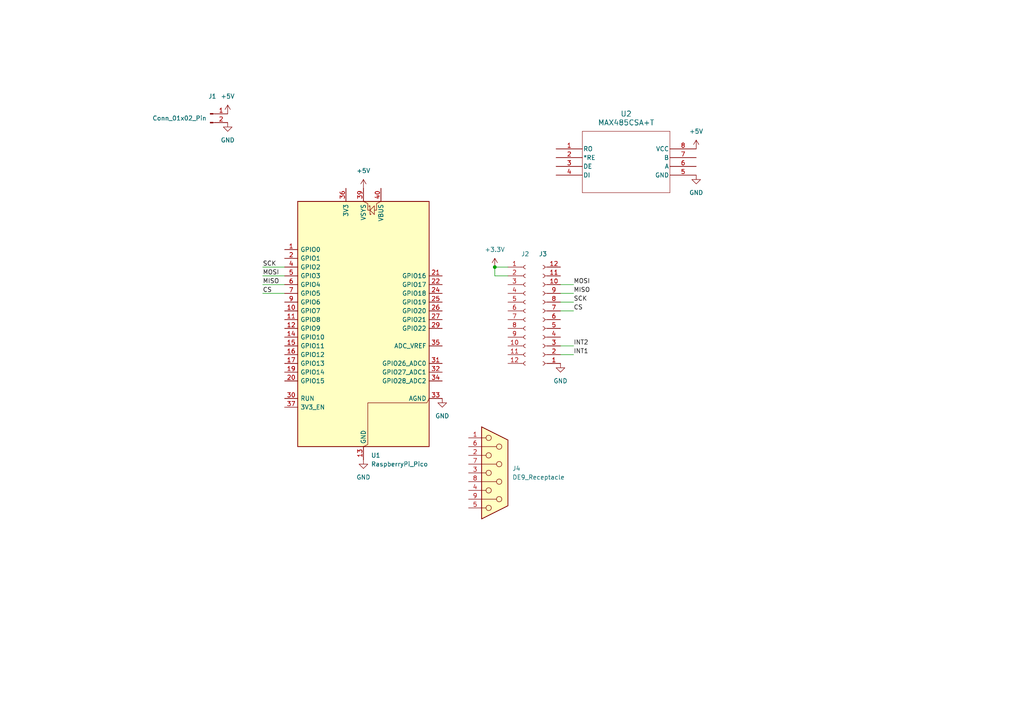
<source format=kicad_sch>
(kicad_sch (version 20230121) (generator eeschema)

  (uuid 4ab7442f-0fdf-4059-bb07-5c2df8059f04)

  (paper "A4")

  (lib_symbols
    (symbol "Connector:Conn_01x02_Pin" (pin_names (offset 1.016) hide) (in_bom yes) (on_board yes)
      (property "Reference" "J" (at 0 2.54 0)
        (effects (font (size 1.27 1.27)))
      )
      (property "Value" "Conn_01x02_Pin" (at 0 -5.08 0)
        (effects (font (size 1.27 1.27)))
      )
      (property "Footprint" "" (at 0 0 0)
        (effects (font (size 1.27 1.27)) hide)
      )
      (property "Datasheet" "~" (at 0 0 0)
        (effects (font (size 1.27 1.27)) hide)
      )
      (property "ki_locked" "" (at 0 0 0)
        (effects (font (size 1.27 1.27)))
      )
      (property "ki_keywords" "connector" (at 0 0 0)
        (effects (font (size 1.27 1.27)) hide)
      )
      (property "ki_description" "Generic connector, single row, 01x02, script generated" (at 0 0 0)
        (effects (font (size 1.27 1.27)) hide)
      )
      (property "ki_fp_filters" "Connector*:*_1x??_*" (at 0 0 0)
        (effects (font (size 1.27 1.27)) hide)
      )
      (symbol "Conn_01x02_Pin_1_1"
        (polyline
          (pts
            (xy 1.27 -2.54)
            (xy 0.8636 -2.54)
          )
          (stroke (width 0.1524) (type default))
          (fill (type none))
        )
        (polyline
          (pts
            (xy 1.27 0)
            (xy 0.8636 0)
          )
          (stroke (width 0.1524) (type default))
          (fill (type none))
        )
        (rectangle (start 0.8636 -2.413) (end 0 -2.667)
          (stroke (width 0.1524) (type default))
          (fill (type outline))
        )
        (rectangle (start 0.8636 0.127) (end 0 -0.127)
          (stroke (width 0.1524) (type default))
          (fill (type outline))
        )
        (pin passive line (at 5.08 0 180) (length 3.81)
          (name "Pin_1" (effects (font (size 1.27 1.27))))
          (number "1" (effects (font (size 1.27 1.27))))
        )
        (pin passive line (at 5.08 -2.54 180) (length 3.81)
          (name "Pin_2" (effects (font (size 1.27 1.27))))
          (number "2" (effects (font (size 1.27 1.27))))
        )
      )
    )
    (symbol "Connector:Conn_01x12_Socket" (pin_names (offset 1.016) hide) (in_bom yes) (on_board yes)
      (property "Reference" "J" (at 0 15.24 0)
        (effects (font (size 1.27 1.27)))
      )
      (property "Value" "Conn_01x12_Socket" (at 0 -17.78 0)
        (effects (font (size 1.27 1.27)))
      )
      (property "Footprint" "" (at 0 0 0)
        (effects (font (size 1.27 1.27)) hide)
      )
      (property "Datasheet" "~" (at 0 0 0)
        (effects (font (size 1.27 1.27)) hide)
      )
      (property "ki_locked" "" (at 0 0 0)
        (effects (font (size 1.27 1.27)))
      )
      (property "ki_keywords" "connector" (at 0 0 0)
        (effects (font (size 1.27 1.27)) hide)
      )
      (property "ki_description" "Generic connector, single row, 01x12, script generated" (at 0 0 0)
        (effects (font (size 1.27 1.27)) hide)
      )
      (property "ki_fp_filters" "Connector*:*_1x??_*" (at 0 0 0)
        (effects (font (size 1.27 1.27)) hide)
      )
      (symbol "Conn_01x12_Socket_1_1"
        (arc (start 0 -14.732) (mid -0.5058 -15.24) (end 0 -15.748)
          (stroke (width 0.1524) (type default))
          (fill (type none))
        )
        (arc (start 0 -12.192) (mid -0.5058 -12.7) (end 0 -13.208)
          (stroke (width 0.1524) (type default))
          (fill (type none))
        )
        (arc (start 0 -9.652) (mid -0.5058 -10.16) (end 0 -10.668)
          (stroke (width 0.1524) (type default))
          (fill (type none))
        )
        (arc (start 0 -7.112) (mid -0.5058 -7.62) (end 0 -8.128)
          (stroke (width 0.1524) (type default))
          (fill (type none))
        )
        (arc (start 0 -4.572) (mid -0.5058 -5.08) (end 0 -5.588)
          (stroke (width 0.1524) (type default))
          (fill (type none))
        )
        (arc (start 0 -2.032) (mid -0.5058 -2.54) (end 0 -3.048)
          (stroke (width 0.1524) (type default))
          (fill (type none))
        )
        (polyline
          (pts
            (xy -1.27 -15.24)
            (xy -0.508 -15.24)
          )
          (stroke (width 0.1524) (type default))
          (fill (type none))
        )
        (polyline
          (pts
            (xy -1.27 -12.7)
            (xy -0.508 -12.7)
          )
          (stroke (width 0.1524) (type default))
          (fill (type none))
        )
        (polyline
          (pts
            (xy -1.27 -10.16)
            (xy -0.508 -10.16)
          )
          (stroke (width 0.1524) (type default))
          (fill (type none))
        )
        (polyline
          (pts
            (xy -1.27 -7.62)
            (xy -0.508 -7.62)
          )
          (stroke (width 0.1524) (type default))
          (fill (type none))
        )
        (polyline
          (pts
            (xy -1.27 -5.08)
            (xy -0.508 -5.08)
          )
          (stroke (width 0.1524) (type default))
          (fill (type none))
        )
        (polyline
          (pts
            (xy -1.27 -2.54)
            (xy -0.508 -2.54)
          )
          (stroke (width 0.1524) (type default))
          (fill (type none))
        )
        (polyline
          (pts
            (xy -1.27 0)
            (xy -0.508 0)
          )
          (stroke (width 0.1524) (type default))
          (fill (type none))
        )
        (polyline
          (pts
            (xy -1.27 2.54)
            (xy -0.508 2.54)
          )
          (stroke (width 0.1524) (type default))
          (fill (type none))
        )
        (polyline
          (pts
            (xy -1.27 5.08)
            (xy -0.508 5.08)
          )
          (stroke (width 0.1524) (type default))
          (fill (type none))
        )
        (polyline
          (pts
            (xy -1.27 7.62)
            (xy -0.508 7.62)
          )
          (stroke (width 0.1524) (type default))
          (fill (type none))
        )
        (polyline
          (pts
            (xy -1.27 10.16)
            (xy -0.508 10.16)
          )
          (stroke (width 0.1524) (type default))
          (fill (type none))
        )
        (polyline
          (pts
            (xy -1.27 12.7)
            (xy -0.508 12.7)
          )
          (stroke (width 0.1524) (type default))
          (fill (type none))
        )
        (arc (start 0 0.508) (mid -0.5058 0) (end 0 -0.508)
          (stroke (width 0.1524) (type default))
          (fill (type none))
        )
        (arc (start 0 3.048) (mid -0.5058 2.54) (end 0 2.032)
          (stroke (width 0.1524) (type default))
          (fill (type none))
        )
        (arc (start 0 5.588) (mid -0.5058 5.08) (end 0 4.572)
          (stroke (width 0.1524) (type default))
          (fill (type none))
        )
        (arc (start 0 8.128) (mid -0.5058 7.62) (end 0 7.112)
          (stroke (width 0.1524) (type default))
          (fill (type none))
        )
        (arc (start 0 10.668) (mid -0.5058 10.16) (end 0 9.652)
          (stroke (width 0.1524) (type default))
          (fill (type none))
        )
        (arc (start 0 13.208) (mid -0.5058 12.7) (end 0 12.192)
          (stroke (width 0.1524) (type default))
          (fill (type none))
        )
        (pin passive line (at -5.08 12.7 0) (length 3.81)
          (name "Pin_1" (effects (font (size 1.27 1.27))))
          (number "1" (effects (font (size 1.27 1.27))))
        )
        (pin passive line (at -5.08 -10.16 0) (length 3.81)
          (name "Pin_10" (effects (font (size 1.27 1.27))))
          (number "10" (effects (font (size 1.27 1.27))))
        )
        (pin passive line (at -5.08 -12.7 0) (length 3.81)
          (name "Pin_11" (effects (font (size 1.27 1.27))))
          (number "11" (effects (font (size 1.27 1.27))))
        )
        (pin passive line (at -5.08 -15.24 0) (length 3.81)
          (name "Pin_12" (effects (font (size 1.27 1.27))))
          (number "12" (effects (font (size 1.27 1.27))))
        )
        (pin passive line (at -5.08 10.16 0) (length 3.81)
          (name "Pin_2" (effects (font (size 1.27 1.27))))
          (number "2" (effects (font (size 1.27 1.27))))
        )
        (pin passive line (at -5.08 7.62 0) (length 3.81)
          (name "Pin_3" (effects (font (size 1.27 1.27))))
          (number "3" (effects (font (size 1.27 1.27))))
        )
        (pin passive line (at -5.08 5.08 0) (length 3.81)
          (name "Pin_4" (effects (font (size 1.27 1.27))))
          (number "4" (effects (font (size 1.27 1.27))))
        )
        (pin passive line (at -5.08 2.54 0) (length 3.81)
          (name "Pin_5" (effects (font (size 1.27 1.27))))
          (number "5" (effects (font (size 1.27 1.27))))
        )
        (pin passive line (at -5.08 0 0) (length 3.81)
          (name "Pin_6" (effects (font (size 1.27 1.27))))
          (number "6" (effects (font (size 1.27 1.27))))
        )
        (pin passive line (at -5.08 -2.54 0) (length 3.81)
          (name "Pin_7" (effects (font (size 1.27 1.27))))
          (number "7" (effects (font (size 1.27 1.27))))
        )
        (pin passive line (at -5.08 -5.08 0) (length 3.81)
          (name "Pin_8" (effects (font (size 1.27 1.27))))
          (number "8" (effects (font (size 1.27 1.27))))
        )
        (pin passive line (at -5.08 -7.62 0) (length 3.81)
          (name "Pin_9" (effects (font (size 1.27 1.27))))
          (number "9" (effects (font (size 1.27 1.27))))
        )
      )
    )
    (symbol "Connector:DE9_Receptacle" (pin_names (offset 1.016) hide) (in_bom yes) (on_board yes)
      (property "Reference" "J" (at 0 13.97 0)
        (effects (font (size 1.27 1.27)))
      )
      (property "Value" "DE9_Receptacle" (at 0 -14.605 0)
        (effects (font (size 1.27 1.27)))
      )
      (property "Footprint" "" (at 0 0 0)
        (effects (font (size 1.27 1.27)) hide)
      )
      (property "Datasheet" " ~" (at 0 0 0)
        (effects (font (size 1.27 1.27)) hide)
      )
      (property "ki_keywords" "connector receptacle female D-SUB DB9" (at 0 0 0)
        (effects (font (size 1.27 1.27)) hide)
      )
      (property "ki_description" "9-pin female receptacle socket D-SUB connector" (at 0 0 0)
        (effects (font (size 1.27 1.27)) hide)
      )
      (property "ki_fp_filters" "DSUB*Female*" (at 0 0 0)
        (effects (font (size 1.27 1.27)) hide)
      )
      (symbol "DE9_Receptacle_0_1"
        (circle (center -1.778 -10.16) (radius 0.762)
          (stroke (width 0) (type default))
          (fill (type none))
        )
        (circle (center -1.778 -5.08) (radius 0.762)
          (stroke (width 0) (type default))
          (fill (type none))
        )
        (circle (center -1.778 0) (radius 0.762)
          (stroke (width 0) (type default))
          (fill (type none))
        )
        (circle (center -1.778 5.08) (radius 0.762)
          (stroke (width 0) (type default))
          (fill (type none))
        )
        (circle (center -1.778 10.16) (radius 0.762)
          (stroke (width 0) (type default))
          (fill (type none))
        )
        (polyline
          (pts
            (xy -3.81 -10.16)
            (xy -2.54 -10.16)
          )
          (stroke (width 0) (type default))
          (fill (type none))
        )
        (polyline
          (pts
            (xy -3.81 -7.62)
            (xy 0.508 -7.62)
          )
          (stroke (width 0) (type default))
          (fill (type none))
        )
        (polyline
          (pts
            (xy -3.81 -5.08)
            (xy -2.54 -5.08)
          )
          (stroke (width 0) (type default))
          (fill (type none))
        )
        (polyline
          (pts
            (xy -3.81 -2.54)
            (xy 0.508 -2.54)
          )
          (stroke (width 0) (type default))
          (fill (type none))
        )
        (polyline
          (pts
            (xy -3.81 0)
            (xy -2.54 0)
          )
          (stroke (width 0) (type default))
          (fill (type none))
        )
        (polyline
          (pts
            (xy -3.81 2.54)
            (xy 0.508 2.54)
          )
          (stroke (width 0) (type default))
          (fill (type none))
        )
        (polyline
          (pts
            (xy -3.81 5.08)
            (xy -2.54 5.08)
          )
          (stroke (width 0) (type default))
          (fill (type none))
        )
        (polyline
          (pts
            (xy -3.81 7.62)
            (xy 0.508 7.62)
          )
          (stroke (width 0) (type default))
          (fill (type none))
        )
        (polyline
          (pts
            (xy -3.81 10.16)
            (xy -2.54 10.16)
          )
          (stroke (width 0) (type default))
          (fill (type none))
        )
        (polyline
          (pts
            (xy -3.81 13.335)
            (xy -3.81 -13.335)
            (xy 3.81 -9.525)
            (xy 3.81 9.525)
            (xy -3.81 13.335)
          )
          (stroke (width 0.254) (type default))
          (fill (type background))
        )
        (circle (center 1.27 -7.62) (radius 0.762)
          (stroke (width 0) (type default))
          (fill (type none))
        )
        (circle (center 1.27 -2.54) (radius 0.762)
          (stroke (width 0) (type default))
          (fill (type none))
        )
        (circle (center 1.27 2.54) (radius 0.762)
          (stroke (width 0) (type default))
          (fill (type none))
        )
        (circle (center 1.27 7.62) (radius 0.762)
          (stroke (width 0) (type default))
          (fill (type none))
        )
      )
      (symbol "DE9_Receptacle_1_1"
        (pin passive line (at -7.62 10.16 0) (length 3.81)
          (name "1" (effects (font (size 1.27 1.27))))
          (number "1" (effects (font (size 1.27 1.27))))
        )
        (pin passive line (at -7.62 5.08 0) (length 3.81)
          (name "2" (effects (font (size 1.27 1.27))))
          (number "2" (effects (font (size 1.27 1.27))))
        )
        (pin passive line (at -7.62 0 0) (length 3.81)
          (name "3" (effects (font (size 1.27 1.27))))
          (number "3" (effects (font (size 1.27 1.27))))
        )
        (pin passive line (at -7.62 -5.08 0) (length 3.81)
          (name "4" (effects (font (size 1.27 1.27))))
          (number "4" (effects (font (size 1.27 1.27))))
        )
        (pin passive line (at -7.62 -10.16 0) (length 3.81)
          (name "5" (effects (font (size 1.27 1.27))))
          (number "5" (effects (font (size 1.27 1.27))))
        )
        (pin passive line (at -7.62 7.62 0) (length 3.81)
          (name "6" (effects (font (size 1.27 1.27))))
          (number "6" (effects (font (size 1.27 1.27))))
        )
        (pin passive line (at -7.62 2.54 0) (length 3.81)
          (name "7" (effects (font (size 1.27 1.27))))
          (number "7" (effects (font (size 1.27 1.27))))
        )
        (pin passive line (at -7.62 -2.54 0) (length 3.81)
          (name "8" (effects (font (size 1.27 1.27))))
          (number "8" (effects (font (size 1.27 1.27))))
        )
        (pin passive line (at -7.62 -7.62 0) (length 3.81)
          (name "9" (effects (font (size 1.27 1.27))))
          (number "9" (effects (font (size 1.27 1.27))))
        )
      )
    )
    (symbol "ZhuLib:MAX485CSA+T" (pin_names (offset 0.254)) (in_bom yes) (on_board yes)
      (property "Reference" "U" (at 20.32 10.16 0)
        (effects (font (size 1.524 1.524)))
      )
      (property "Value" "MAX485CSA+T" (at 20.32 7.62 0)
        (effects (font (size 1.524 1.524)))
      )
      (property "Footprint" "21-0041-3-M_90-0096-8L_MXM" (at 0 0 0)
        (effects (font (size 1.27 1.27) italic) hide)
      )
      (property "Datasheet" "MAX485CSA+T" (at 0 0 0)
        (effects (font (size 1.27 1.27) italic) hide)
      )
      (property "ki_locked" "" (at 0 0 0)
        (effects (font (size 1.27 1.27)))
      )
      (property "ki_keywords" "MAX485CSA+T" (at 0 0 0)
        (effects (font (size 1.27 1.27)) hide)
      )
      (property "ki_fp_filters" "21-0041-3-M_90-0096-8L_MXM 21-0041-3-M_90-0096-8L_MXM-M 21-0041-3-M_90-0096-8L_MXM-L" (at 0 0 0)
        (effects (font (size 1.27 1.27)) hide)
      )
      (symbol "MAX485CSA+T_0_1"
        (polyline
          (pts
            (xy 7.62 -12.7)
            (xy 33.02 -12.7)
          )
          (stroke (width 0.127) (type default))
          (fill (type none))
        )
        (polyline
          (pts
            (xy 7.62 5.08)
            (xy 7.62 -12.7)
          )
          (stroke (width 0.127) (type default))
          (fill (type none))
        )
        (polyline
          (pts
            (xy 33.02 -12.7)
            (xy 33.02 5.08)
          )
          (stroke (width 0.127) (type default))
          (fill (type none))
        )
        (polyline
          (pts
            (xy 33.02 5.08)
            (xy 7.62 5.08)
          )
          (stroke (width 0.127) (type default))
          (fill (type none))
        )
        (pin output line (at 0 0 0) (length 7.62)
          (name "RO" (effects (font (size 1.27 1.27))))
          (number "1" (effects (font (size 1.27 1.27))))
        )
        (pin output line (at 0 -2.54 0) (length 7.62)
          (name "*RE" (effects (font (size 1.27 1.27))))
          (number "2" (effects (font (size 1.27 1.27))))
        )
        (pin output line (at 0 -5.08 0) (length 7.62)
          (name "DE" (effects (font (size 1.27 1.27))))
          (number "3" (effects (font (size 1.27 1.27))))
        )
        (pin input line (at 0 -7.62 0) (length 7.62)
          (name "DI" (effects (font (size 1.27 1.27))))
          (number "4" (effects (font (size 1.27 1.27))))
        )
        (pin power_out line (at 40.64 -7.62 180) (length 7.62)
          (name "GND" (effects (font (size 1.27 1.27))))
          (number "5" (effects (font (size 1.27 1.27))))
        )
        (pin unspecified line (at 40.64 -5.08 180) (length 7.62)
          (name "A" (effects (font (size 1.27 1.27))))
          (number "6" (effects (font (size 1.27 1.27))))
        )
        (pin unspecified line (at 40.64 -2.54 180) (length 7.62)
          (name "B" (effects (font (size 1.27 1.27))))
          (number "7" (effects (font (size 1.27 1.27))))
        )
        (pin power_in line (at 40.64 0 180) (length 7.62)
          (name "VCC" (effects (font (size 1.27 1.27))))
          (number "8" (effects (font (size 1.27 1.27))))
        )
      )
    )
    (symbol "ZhuLib:RaspberryPi_Pico" (pin_names (offset 0.762)) (in_bom yes) (on_board yes)
      (property "Reference" "U" (at -19.05 38.1 0)
        (effects (font (size 1.27 1.27)) (justify left))
      )
      (property "Value" "RaspberryPi_Pico" (at 7.62 38.1 0)
        (effects (font (size 1.27 1.27)) (justify left))
      )
      (property "Footprint" "Module_RaspberryPi_Pico:RaspberryPi_Pico_Common" (at 0 -49.53 0)
        (effects (font (size 1.27 1.27)) hide)
      )
      (property "Datasheet" "https://datasheets.raspberrypi.com/pico/pico-datasheet.pdf" (at 0 -52.07 0)
        (effects (font (size 1.27 1.27)) hide)
      )
      (property "ki_keywords" "Raspberry Pi Pico microcontroller module RP2040 M0+ usb" (at 0 0 0)
        (effects (font (size 1.27 1.27)) hide)
      )
      (property "ki_description" "Versatile and inexpensive microcontroller module powered by RP2040 dual-core Arm Cortex-M0+ processor up to 133 MHz, 264kB SRAM, 2MB QSPI flash" (at 0 0 0)
        (effects (font (size 1.27 1.27)) hide)
      )
      (property "ki_fp_filters" "RaspberryPi_Pico_Common* RaspberryPi_Pico_Original*" (at 0 0 0)
        (effects (font (size 1.27 1.27)) hide)
      )
      (symbol "RaspberryPi_Pico_0_1"
        (rectangle (start -19.05 36.83) (end 19.05 -34.29)
          (stroke (width 0.254) (type default))
          (fill (type background))
        )
        (polyline
          (pts
            (xy 0 36.83)
            (xy 1.27 36.195)
            (xy 1.27 34.29)
            (xy 1.905 34.29)
          )
          (stroke (width 0) (type default))
          (fill (type none))
        )
        (polyline
          (pts
            (xy 1.905 34.29)
            (xy 3.175 35.56)
            (xy 3.175 33.02)
            (xy 1.905 34.29)
          )
          (stroke (width 0) (type default))
          (fill (type none))
        )
        (polyline
          (pts
            (xy 5.08 36.83)
            (xy 3.81 36.195)
            (xy 3.81 34.29)
            (xy 3.175 34.29)
          )
          (stroke (width 0) (type default))
          (fill (type none))
        )
        (polyline
          (pts
            (xy 0 -34.29)
            (xy 1.27 -33.655)
            (xy 1.27 -21.59)
            (xy 18.415 -21.59)
            (xy 19.05 -20.32)
          )
          (stroke (width 0) (type default))
          (fill (type none))
        )
        (polyline
          (pts
            (xy 1.651 35.306)
            (xy 1.651 35.56)
            (xy 1.905 35.56)
            (xy 1.905 33.02)
            (xy 2.159 33.02)
            (xy 2.159 33.274)
          )
          (stroke (width 0) (type default))
          (fill (type none))
        )
      )
      (symbol "RaspberryPi_Pico_1_1"
        (pin bidirectional line (at -22.86 22.86 0) (length 3.81)
          (name "GPIO0" (effects (font (size 1.27 1.27))))
          (number "1" (effects (font (size 1.27 1.27))))
          (alternate "I2C0_SDA" bidirectional line)
          (alternate "PWM0_A" output line)
          (alternate "SPI0_RX" input line)
          (alternate "UART0_TX" output line)
          (alternate "USB_OVCUR_DET" input line)
        )
        (pin bidirectional line (at -22.86 5.08 0) (length 3.81)
          (name "GPIO7" (effects (font (size 1.27 1.27))))
          (number "10" (effects (font (size 1.27 1.27))))
          (alternate "I2C1_SCL" bidirectional clock)
          (alternate "PWM3_B" bidirectional line)
          (alternate "SPI0_TX" output line)
          (alternate "UART1_RTS" output line)
          (alternate "USB_VBUS_DET" input line)
        )
        (pin bidirectional line (at -22.86 2.54 0) (length 3.81)
          (name "GPIO8" (effects (font (size 1.27 1.27))))
          (number "11" (effects (font (size 1.27 1.27))))
          (alternate "I2C0_SDA" bidirectional line)
          (alternate "PWM4_A" output line)
          (alternate "SPI1_RX" input line)
          (alternate "UART1_TX" output line)
          (alternate "USB_VBUS_EN" output line)
        )
        (pin bidirectional line (at -22.86 0 0) (length 3.81)
          (name "GPIO9" (effects (font (size 1.27 1.27))))
          (number "12" (effects (font (size 1.27 1.27))))
          (alternate "I2C0_SCL" bidirectional clock)
          (alternate "PWM4_B" bidirectional line)
          (alternate "UART1_RX" input line)
          (alternate "USB_OVCUR_DET" input line)
          (alternate "~{SPI1_CSn}" bidirectional line)
        )
        (pin power_out line (at 0 -38.1 90) (length 3.81)
          (name "GND" (effects (font (size 1.27 1.27))))
          (number "13" (effects (font (size 1.27 1.27))))
          (alternate "GND_IN" power_in line)
        )
        (pin bidirectional line (at -22.86 -2.54 0) (length 3.81)
          (name "GPIO10" (effects (font (size 1.27 1.27))))
          (number "14" (effects (font (size 1.27 1.27))))
          (alternate "I2C1_SDA" bidirectional line)
          (alternate "PWM5_A" output line)
          (alternate "SPI1_SCK" bidirectional clock)
          (alternate "UART1_CTS" input line)
          (alternate "USB_VBUS_DET" input line)
        )
        (pin bidirectional line (at -22.86 -5.08 0) (length 3.81)
          (name "GPIO11" (effects (font (size 1.27 1.27))))
          (number "15" (effects (font (size 1.27 1.27))))
          (alternate "I2C1_SCL" bidirectional clock)
          (alternate "PWM5_B" bidirectional line)
          (alternate "SPI1_TX" output line)
          (alternate "UART1_RTS" output line)
          (alternate "USB_VBUS_EN" output line)
        )
        (pin bidirectional line (at -22.86 -7.62 0) (length 3.81)
          (name "GPIO12" (effects (font (size 1.27 1.27))))
          (number "16" (effects (font (size 1.27 1.27))))
          (alternate "I2C0_SDA" bidirectional line)
          (alternate "PWM6_A" output line)
          (alternate "SPI1_RX" input line)
          (alternate "UART0_TX" output line)
          (alternate "USB_OVCUR_DET" input line)
        )
        (pin bidirectional line (at -22.86 -10.16 0) (length 3.81)
          (name "GPIO13" (effects (font (size 1.27 1.27))))
          (number "17" (effects (font (size 1.27 1.27))))
          (alternate "I2C0_SCL" bidirectional clock)
          (alternate "PWM6_B" bidirectional line)
          (alternate "UART0_RX" input line)
          (alternate "USB_VBUS_DET" input line)
          (alternate "~{SPI1_CSn}" bidirectional line)
        )
        (pin passive line (at 0 -38.1 90) (length 3.81) hide
          (name "GND" (effects (font (size 1.27 1.27))))
          (number "18" (effects (font (size 1.27 1.27))))
        )
        (pin bidirectional line (at -22.86 -12.7 0) (length 3.81)
          (name "GPIO14" (effects (font (size 1.27 1.27))))
          (number "19" (effects (font (size 1.27 1.27))))
          (alternate "I2C1_SDA" bidirectional line)
          (alternate "PWM7_A" output line)
          (alternate "SPI1_SCK" bidirectional clock)
          (alternate "UART0_CTS" input line)
          (alternate "USB_VBUS_EN" output line)
        )
        (pin bidirectional line (at -22.86 20.32 0) (length 3.81)
          (name "GPIO1" (effects (font (size 1.27 1.27))))
          (number "2" (effects (font (size 1.27 1.27))))
          (alternate "I2C0_SCL" bidirectional clock)
          (alternate "PWM0_B" bidirectional line)
          (alternate "UART0_RX" input line)
          (alternate "USB_VBUS_DET" passive line)
          (alternate "~{SPI0_CSn}" bidirectional line)
        )
        (pin bidirectional line (at -22.86 -15.24 0) (length 3.81)
          (name "GPIO15" (effects (font (size 1.27 1.27))))
          (number "20" (effects (font (size 1.27 1.27))))
          (alternate "I2C1_SCL" bidirectional clock)
          (alternate "PWM7_B" bidirectional line)
          (alternate "SPI1_TX" output line)
          (alternate "UART0_RTS" output line)
          (alternate "USB_OVCUR_DET" input line)
        )
        (pin bidirectional line (at 22.86 15.24 180) (length 3.81)
          (name "GPIO16" (effects (font (size 1.27 1.27))))
          (number "21" (effects (font (size 1.27 1.27))))
          (alternate "I2C0_SDA" bidirectional line)
          (alternate "PWM0_A" output line)
          (alternate "SPI0_RX" input line)
          (alternate "UART0_TX" output line)
          (alternate "USB_VBUS_DET" input line)
        )
        (pin bidirectional line (at 22.86 12.7 180) (length 3.81)
          (name "GPIO17" (effects (font (size 1.27 1.27))))
          (number "22" (effects (font (size 1.27 1.27))))
          (alternate "I2C0_SCL" bidirectional clock)
          (alternate "PWM0_B" bidirectional line)
          (alternate "UART0_RX" input line)
          (alternate "USB_VBUS_EN" output line)
          (alternate "~{SPI0_CSn}" bidirectional line)
        )
        (pin passive line (at 0 -38.1 90) (length 3.81) hide
          (name "GND" (effects (font (size 1.27 1.27))))
          (number "23" (effects (font (size 1.27 1.27))))
        )
        (pin bidirectional line (at 22.86 10.16 180) (length 3.81)
          (name "GPIO18" (effects (font (size 1.27 1.27))))
          (number "24" (effects (font (size 1.27 1.27))))
          (alternate "I2C1_SDA" bidirectional line)
          (alternate "PWM1_A" output line)
          (alternate "SPI0_SCK" bidirectional clock)
          (alternate "UART0_CTS" input line)
          (alternate "USB_OVCUR_DET" input line)
        )
        (pin bidirectional line (at 22.86 7.62 180) (length 3.81)
          (name "GPIO19" (effects (font (size 1.27 1.27))))
          (number "25" (effects (font (size 1.27 1.27))))
          (alternate "I2C1_SCL" bidirectional clock)
          (alternate "PWM1_B" bidirectional line)
          (alternate "SPI0_TX" output line)
          (alternate "UART0_RTS" output line)
          (alternate "USB_VBUS_DET" input line)
        )
        (pin bidirectional line (at 22.86 5.08 180) (length 3.81)
          (name "GPIO20" (effects (font (size 1.27 1.27))))
          (number "26" (effects (font (size 1.27 1.27))))
          (alternate "CLOCK_GPIN0" input clock)
          (alternate "I2C0_SDA" bidirectional line)
          (alternate "PWM2_A" output line)
          (alternate "SPI0_RX" input line)
          (alternate "UART1_TX" output line)
          (alternate "USB_VBUS_EN" output line)
        )
        (pin bidirectional line (at 22.86 2.54 180) (length 3.81)
          (name "GPIO21" (effects (font (size 1.27 1.27))))
          (number "27" (effects (font (size 1.27 1.27))))
          (alternate "CLOCK_GPOUT0" output clock)
          (alternate "I2C0_SCL" bidirectional clock)
          (alternate "PWM2_B" bidirectional line)
          (alternate "UART1_RX" input line)
          (alternate "USB_OVCUR_DET" input line)
          (alternate "~{SPI0_CSn}" bidirectional line)
        )
        (pin passive line (at 0 -38.1 90) (length 3.81) hide
          (name "GND" (effects (font (size 1.27 1.27))))
          (number "28" (effects (font (size 1.27 1.27))))
        )
        (pin bidirectional line (at 22.86 0 180) (length 3.81)
          (name "GPIO22" (effects (font (size 1.27 1.27))))
          (number "29" (effects (font (size 1.27 1.27))))
          (alternate "CLOCK_GPIN1" input clock)
          (alternate "I2C1_SDA" bidirectional line)
          (alternate "PWM3_A" output line)
          (alternate "SPI0_SCK" bidirectional clock)
          (alternate "UART1_CTS" input line)
          (alternate "USB_VBUS_DET" input line)
        )
        (pin passive line (at 0 -38.1 90) (length 3.81) hide
          (name "GND" (effects (font (size 1.27 1.27))))
          (number "3" (effects (font (size 1.27 1.27))))
        )
        (pin input line (at -22.86 -20.32 0) (length 3.81)
          (name "RUN" (effects (font (size 1.27 1.27))))
          (number "30" (effects (font (size 1.27 1.27))))
          (alternate "~{RESET}" input line)
        )
        (pin bidirectional line (at 22.86 -10.16 180) (length 3.81)
          (name "GPIO26_ADC0" (effects (font (size 1.27 1.27))))
          (number "31" (effects (font (size 1.27 1.27))))
          (alternate "ADC0" input line)
          (alternate "GPIO26" bidirectional line)
          (alternate "I2C1_SDA" bidirectional line)
          (alternate "PWM5_A" output line)
          (alternate "SPI1_SCK" bidirectional clock)
          (alternate "UART1_CTS" input line)
          (alternate "USB_VBUS_EN" output line)
        )
        (pin bidirectional line (at 22.86 -12.7 180) (length 3.81)
          (name "GPIO27_ADC1" (effects (font (size 1.27 1.27))))
          (number "32" (effects (font (size 1.27 1.27))))
          (alternate "ADC1" input line)
          (alternate "GPIO27" bidirectional line)
          (alternate "I2C1_SCL" bidirectional clock)
          (alternate "PWM5_B" bidirectional line)
          (alternate "SPI1_TX" output line)
          (alternate "UART1_RTS" output line)
          (alternate "USB_OVCUR_DET" input line)
        )
        (pin power_out line (at 22.86 -20.32 180) (length 3.81)
          (name "AGND" (effects (font (size 1.27 1.27))))
          (number "33" (effects (font (size 1.27 1.27))))
          (alternate "AGND_IN" power_in line)
          (alternate "GND" power_out line)
          (alternate "GND_IN" power_in line)
        )
        (pin bidirectional line (at 22.86 -15.24 180) (length 3.81)
          (name "GPIO28_ADC2" (effects (font (size 1.27 1.27))))
          (number "34" (effects (font (size 1.27 1.27))))
          (alternate "ADC2" input line)
          (alternate "GPIO28" bidirectional line)
          (alternate "I2C0_SDA" bidirectional line)
          (alternate "PWM6_A" output line)
          (alternate "SPI1_RX" input line)
          (alternate "UART0_TX" output line)
          (alternate "USB_VBUS_DET" input line)
        )
        (pin input line (at 22.86 -5.08 180) (length 3.81)
          (name "ADC_VREF" (effects (font (size 1.27 1.27))))
          (number "35" (effects (font (size 1.27 1.27))))
          (alternate "ADC_VREF_POW" power_in line)
        )
        (pin power_out line (at -5.08 40.64 270) (length 3.81)
          (name "3V3" (effects (font (size 1.27 1.27))))
          (number "36" (effects (font (size 1.27 1.27))))
        )
        (pin input line (at -22.86 -22.86 0) (length 3.81)
          (name "3V3_EN" (effects (font (size 1.27 1.27))))
          (number "37" (effects (font (size 1.27 1.27))))
          (alternate "~{3V3_DISABLE}" input line)
        )
        (pin passive line (at 0 -38.1 90) (length 3.81) hide
          (name "GND" (effects (font (size 1.27 1.27))))
          (number "38" (effects (font (size 1.27 1.27))))
        )
        (pin power_in line (at 0 40.64 270) (length 3.81)
          (name "VSYS" (effects (font (size 1.27 1.27))))
          (number "39" (effects (font (size 1.27 1.27))))
          (alternate "VSYS_OUT" power_out line)
        )
        (pin bidirectional line (at -22.86 17.78 0) (length 3.81)
          (name "GPIO2" (effects (font (size 1.27 1.27))))
          (number "4" (effects (font (size 1.27 1.27))))
          (alternate "I2C1_SDA" bidirectional line)
          (alternate "PWM1_A" output line)
          (alternate "SPI0_SCK" bidirectional clock)
          (alternate "UART0_CTS" input line)
          (alternate "USB_VBUS_DET" input line)
        )
        (pin power_out line (at 5.08 40.64 270) (length 3.81)
          (name "VBUS" (effects (font (size 1.27 1.27))))
          (number "40" (effects (font (size 1.27 1.27))))
          (alternate "VBUS_HOST" power_in line)
        )
        (pin bidirectional line (at -22.86 15.24 0) (length 3.81)
          (name "GPIO3" (effects (font (size 1.27 1.27))))
          (number "5" (effects (font (size 1.27 1.27))))
          (alternate "I2C1_SCL" bidirectional clock)
          (alternate "PWM1_B" bidirectional line)
          (alternate "SPI0_TX" output line)
          (alternate "UART0_RTS" output line)
          (alternate "USB_OVCUR_DET" input line)
        )
        (pin bidirectional line (at -22.86 12.7 0) (length 3.81)
          (name "GPIO4" (effects (font (size 1.27 1.27))))
          (number "6" (effects (font (size 1.27 1.27))))
          (alternate "I2C0_SDA" bidirectional line)
          (alternate "PWM2_A" output line)
          (alternate "SPI0_RX" input line)
          (alternate "UART1_TX" output line)
          (alternate "USB_VBUS_DET" input line)
        )
        (pin bidirectional line (at -22.86 10.16 0) (length 3.81)
          (name "GPIO5" (effects (font (size 1.27 1.27))))
          (number "7" (effects (font (size 1.27 1.27))))
          (alternate "I2C0_SCL" bidirectional clock)
          (alternate "PWM2_B" bidirectional line)
          (alternate "UART1_RX" input line)
          (alternate "USB_VBUS_EN" output line)
          (alternate "~{SPI0_CSn}" bidirectional line)
        )
        (pin passive line (at 0 -38.1 90) (length 3.81) hide
          (name "GND" (effects (font (size 1.27 1.27))))
          (number "8" (effects (font (size 1.27 1.27))))
        )
        (pin bidirectional line (at -22.86 7.62 0) (length 3.81)
          (name "GPIO6" (effects (font (size 1.27 1.27))))
          (number "9" (effects (font (size 1.27 1.27))))
          (alternate "I2C1_SDA" bidirectional line)
          (alternate "PWM3_A" output line)
          (alternate "SPI0_SCK" bidirectional clock)
          (alternate "UART1_CTS" input line)
          (alternate "USB_OVCUR_DET" input line)
        )
      )
    )
    (symbol "power:+3.3V" (power) (pin_names (offset 0)) (in_bom yes) (on_board yes)
      (property "Reference" "#PWR" (at 0 -3.81 0)
        (effects (font (size 1.27 1.27)) hide)
      )
      (property "Value" "+3.3V" (at 0 3.556 0)
        (effects (font (size 1.27 1.27)))
      )
      (property "Footprint" "" (at 0 0 0)
        (effects (font (size 1.27 1.27)) hide)
      )
      (property "Datasheet" "" (at 0 0 0)
        (effects (font (size 1.27 1.27)) hide)
      )
      (property "ki_keywords" "global power" (at 0 0 0)
        (effects (font (size 1.27 1.27)) hide)
      )
      (property "ki_description" "Power symbol creates a global label with name \"+3.3V\"" (at 0 0 0)
        (effects (font (size 1.27 1.27)) hide)
      )
      (symbol "+3.3V_0_1"
        (polyline
          (pts
            (xy -0.762 1.27)
            (xy 0 2.54)
          )
          (stroke (width 0) (type default))
          (fill (type none))
        )
        (polyline
          (pts
            (xy 0 0)
            (xy 0 2.54)
          )
          (stroke (width 0) (type default))
          (fill (type none))
        )
        (polyline
          (pts
            (xy 0 2.54)
            (xy 0.762 1.27)
          )
          (stroke (width 0) (type default))
          (fill (type none))
        )
      )
      (symbol "+3.3V_1_1"
        (pin power_in line (at 0 0 90) (length 0) hide
          (name "+3.3V" (effects (font (size 1.27 1.27))))
          (number "1" (effects (font (size 1.27 1.27))))
        )
      )
    )
    (symbol "power:+5V" (power) (pin_names (offset 0)) (in_bom yes) (on_board yes)
      (property "Reference" "#PWR" (at 0 -3.81 0)
        (effects (font (size 1.27 1.27)) hide)
      )
      (property "Value" "+5V" (at 0 3.556 0)
        (effects (font (size 1.27 1.27)))
      )
      (property "Footprint" "" (at 0 0 0)
        (effects (font (size 1.27 1.27)) hide)
      )
      (property "Datasheet" "" (at 0 0 0)
        (effects (font (size 1.27 1.27)) hide)
      )
      (property "ki_keywords" "global power" (at 0 0 0)
        (effects (font (size 1.27 1.27)) hide)
      )
      (property "ki_description" "Power symbol creates a global label with name \"+5V\"" (at 0 0 0)
        (effects (font (size 1.27 1.27)) hide)
      )
      (symbol "+5V_0_1"
        (polyline
          (pts
            (xy -0.762 1.27)
            (xy 0 2.54)
          )
          (stroke (width 0) (type default))
          (fill (type none))
        )
        (polyline
          (pts
            (xy 0 0)
            (xy 0 2.54)
          )
          (stroke (width 0) (type default))
          (fill (type none))
        )
        (polyline
          (pts
            (xy 0 2.54)
            (xy 0.762 1.27)
          )
          (stroke (width 0) (type default))
          (fill (type none))
        )
      )
      (symbol "+5V_1_1"
        (pin power_in line (at 0 0 90) (length 0) hide
          (name "+5V" (effects (font (size 1.27 1.27))))
          (number "1" (effects (font (size 1.27 1.27))))
        )
      )
    )
    (symbol "power:GND" (power) (pin_names (offset 0)) (in_bom yes) (on_board yes)
      (property "Reference" "#PWR" (at 0 -6.35 0)
        (effects (font (size 1.27 1.27)) hide)
      )
      (property "Value" "GND" (at 0 -3.81 0)
        (effects (font (size 1.27 1.27)))
      )
      (property "Footprint" "" (at 0 0 0)
        (effects (font (size 1.27 1.27)) hide)
      )
      (property "Datasheet" "" (at 0 0 0)
        (effects (font (size 1.27 1.27)) hide)
      )
      (property "ki_keywords" "global power" (at 0 0 0)
        (effects (font (size 1.27 1.27)) hide)
      )
      (property "ki_description" "Power symbol creates a global label with name \"GND\" , ground" (at 0 0 0)
        (effects (font (size 1.27 1.27)) hide)
      )
      (symbol "GND_0_1"
        (polyline
          (pts
            (xy 0 0)
            (xy 0 -1.27)
            (xy 1.27 -1.27)
            (xy 0 -2.54)
            (xy -1.27 -1.27)
            (xy 0 -1.27)
          )
          (stroke (width 0) (type default))
          (fill (type none))
        )
      )
      (symbol "GND_1_1"
        (pin power_in line (at 0 0 270) (length 0) hide
          (name "GND" (effects (font (size 1.27 1.27))))
          (number "1" (effects (font (size 1.27 1.27))))
        )
      )
    )
  )

  (junction (at 143.51 77.47) (diameter 0) (color 0 0 0 0)
    (uuid 9105ac3f-8c0a-4f34-a676-6a5940c1f3da)
  )

  (wire (pts (xy 166.37 102.87) (xy 162.56 102.87))
    (stroke (width 0) (type default))
    (uuid 58894033-89c7-4897-b8b5-430aab56d350)
  )
  (wire (pts (xy 76.2 85.09) (xy 82.55 85.09))
    (stroke (width 0) (type default))
    (uuid 6b1b0ed3-ffe1-4605-9d06-98d4c31e036f)
  )
  (wire (pts (xy 166.37 87.63) (xy 162.56 87.63))
    (stroke (width 0) (type default))
    (uuid 706d3b24-098b-4295-9208-35ae8fcd435b)
  )
  (wire (pts (xy 76.2 82.55) (xy 82.55 82.55))
    (stroke (width 0) (type default))
    (uuid 70b7a19a-3e82-4e82-a5e8-6a2d820e1154)
  )
  (wire (pts (xy 143.51 80.01) (xy 143.51 77.47))
    (stroke (width 0) (type default))
    (uuid 8247295a-8f64-491d-8254-fa6c26fb32cf)
  )
  (wire (pts (xy 147.32 80.01) (xy 143.51 80.01))
    (stroke (width 0) (type default))
    (uuid 993cf0c3-9622-46ba-a7fc-d596c3ac5fbe)
  )
  (wire (pts (xy 143.51 77.47) (xy 147.32 77.47))
    (stroke (width 0) (type default))
    (uuid a17d530b-17ff-48cd-b6b3-92a8cc3670e9)
  )
  (wire (pts (xy 166.37 100.33) (xy 162.56 100.33))
    (stroke (width 0) (type default))
    (uuid a2274275-9317-44c7-877a-1f5a889bf462)
  )
  (wire (pts (xy 76.2 77.47) (xy 82.55 77.47))
    (stroke (width 0) (type default))
    (uuid c2f9f5fd-05af-4fbe-9d73-7e12d706540f)
  )
  (wire (pts (xy 166.37 90.17) (xy 162.56 90.17))
    (stroke (width 0) (type default))
    (uuid c6f69022-3882-474b-a8af-15e32eaa94cd)
  )
  (wire (pts (xy 76.2 80.01) (xy 82.55 80.01))
    (stroke (width 0) (type default))
    (uuid d1edb9d6-dd02-433b-ab28-38733eef0f54)
  )
  (wire (pts (xy 166.37 82.55) (xy 162.56 82.55))
    (stroke (width 0) (type default))
    (uuid f8b93eca-df46-426f-9218-3dbf8ea0bb25)
  )
  (wire (pts (xy 166.37 85.09) (xy 162.56 85.09))
    (stroke (width 0) (type default))
    (uuid fa573a34-7c97-4e74-99f5-28140dbde8ea)
  )

  (label "MISO" (at 76.2 82.55 0) (fields_autoplaced)
    (effects (font (size 1.27 1.27)) (justify left bottom))
    (uuid 16262f22-e2ce-4230-b34b-be8abc7a221a)
  )
  (label "MOSI" (at 76.2 80.01 0) (fields_autoplaced)
    (effects (font (size 1.27 1.27)) (justify left bottom))
    (uuid 42334698-ff82-4419-aa03-dbc8d349635f)
  )
  (label "MISO" (at 166.37 85.09 0) (fields_autoplaced)
    (effects (font (size 1.27 1.27)) (justify left bottom))
    (uuid 57d8b7b9-ae91-4358-9923-f273da6f1289)
  )
  (label "CS" (at 76.2 85.09 0) (fields_autoplaced)
    (effects (font (size 1.27 1.27)) (justify left bottom))
    (uuid 65ea0b0e-89de-474d-95fc-d21df0c8aeee)
  )
  (label "INT2" (at 166.37 100.33 0) (fields_autoplaced)
    (effects (font (size 1.27 1.27)) (justify left bottom))
    (uuid 6713c498-7442-45cd-b0d8-b45c2c2ea25e)
  )
  (label "CS" (at 166.37 90.17 0) (fields_autoplaced)
    (effects (font (size 1.27 1.27)) (justify left bottom))
    (uuid 6a04e5b7-8de2-4f21-ad94-0e8ad3331850)
  )
  (label "MOSI" (at 166.37 82.55 0) (fields_autoplaced)
    (effects (font (size 1.27 1.27)) (justify left bottom))
    (uuid 7c647357-cc4f-46e1-86e3-a4ff1ac1feb6)
  )
  (label "SCK" (at 76.2 77.47 0) (fields_autoplaced)
    (effects (font (size 1.27 1.27)) (justify left bottom))
    (uuid 8551e556-8c9a-4e2e-940f-d164cd5778b0)
  )
  (label "SCK" (at 166.37 87.63 0) (fields_autoplaced)
    (effects (font (size 1.27 1.27)) (justify left bottom))
    (uuid c5d4b966-92e1-43f1-8d0b-750b0fd46409)
  )
  (label "INT1" (at 166.37 102.87 0) (fields_autoplaced)
    (effects (font (size 1.27 1.27)) (justify left bottom))
    (uuid d49dee30-ffa2-4e9c-8cd3-7dbee5801b15)
  )

  (symbol (lib_id "power:GND") (at 201.93 50.8 0) (unit 1)
    (in_bom yes) (on_board yes) (dnp no) (fields_autoplaced)
    (uuid 06cd5d2a-f54f-46d6-9057-7a71b8d7f20a)
    (property "Reference" "#PWR07" (at 201.93 57.15 0)
      (effects (font (size 1.27 1.27)) hide)
    )
    (property "Value" "GND" (at 201.93 55.88 0)
      (effects (font (size 1.27 1.27)))
    )
    (property "Footprint" "" (at 201.93 50.8 0)
      (effects (font (size 1.27 1.27)) hide)
    )
    (property "Datasheet" "" (at 201.93 50.8 0)
      (effects (font (size 1.27 1.27)) hide)
    )
    (pin "1" (uuid ff5f0ca5-7272-490f-bb0e-c6a31603f0b3))
    (instances
      (project "pico_spi_adapter"
        (path "/4ab7442f-0fdf-4059-bb07-5c2df8059f04"
          (reference "#PWR07") (unit 1)
        )
      )
    )
  )

  (symbol (lib_id "power:+5V") (at 66.04 33.02 0) (unit 1)
    (in_bom yes) (on_board yes) (dnp no) (fields_autoplaced)
    (uuid 3d54b9c6-101e-413d-9029-55bdac13590f)
    (property "Reference" "#PWR01" (at 66.04 36.83 0)
      (effects (font (size 1.27 1.27)) hide)
    )
    (property "Value" "+5V" (at 66.04 27.94 0)
      (effects (font (size 1.27 1.27)))
    )
    (property "Footprint" "" (at 66.04 33.02 0)
      (effects (font (size 1.27 1.27)) hide)
    )
    (property "Datasheet" "" (at 66.04 33.02 0)
      (effects (font (size 1.27 1.27)) hide)
    )
    (pin "1" (uuid a6514891-b067-4bfe-9229-e0935381a8ee))
    (instances
      (project "pico_spi_adapter"
        (path "/4ab7442f-0fdf-4059-bb07-5c2df8059f04"
          (reference "#PWR01") (unit 1)
        )
      )
    )
  )

  (symbol (lib_id "power:GND") (at 128.27 115.57 0) (unit 1)
    (in_bom yes) (on_board yes) (dnp no) (fields_autoplaced)
    (uuid 6cc46c52-b40f-4281-a7d2-7b34753b0cb9)
    (property "Reference" "#PWR06" (at 128.27 121.92 0)
      (effects (font (size 1.27 1.27)) hide)
    )
    (property "Value" "GND" (at 128.27 120.65 0)
      (effects (font (size 1.27 1.27)))
    )
    (property "Footprint" "" (at 128.27 115.57 0)
      (effects (font (size 1.27 1.27)) hide)
    )
    (property "Datasheet" "" (at 128.27 115.57 0)
      (effects (font (size 1.27 1.27)) hide)
    )
    (pin "1" (uuid 5f47ef51-fb19-4421-970e-4f67ea32e927))
    (instances
      (project "pico_spi_adapter"
        (path "/4ab7442f-0fdf-4059-bb07-5c2df8059f04"
          (reference "#PWR06") (unit 1)
        )
      )
    )
  )

  (symbol (lib_id "power:+5V") (at 201.93 43.18 0) (unit 1)
    (in_bom yes) (on_board yes) (dnp no) (fields_autoplaced)
    (uuid 750ed019-cbe0-475b-9140-fca5201fc096)
    (property "Reference" "#PWR04" (at 201.93 46.99 0)
      (effects (font (size 1.27 1.27)) hide)
    )
    (property "Value" "+5V" (at 201.93 38.1 0)
      (effects (font (size 1.27 1.27)))
    )
    (property "Footprint" "" (at 201.93 43.18 0)
      (effects (font (size 1.27 1.27)) hide)
    )
    (property "Datasheet" "" (at 201.93 43.18 0)
      (effects (font (size 1.27 1.27)) hide)
    )
    (pin "1" (uuid 55c7aa7d-f204-4d87-aa86-d73629f167be))
    (instances
      (project "pico_spi_adapter"
        (path "/4ab7442f-0fdf-4059-bb07-5c2df8059f04"
          (reference "#PWR04") (unit 1)
        )
      )
    )
  )

  (symbol (lib_id "power:GND") (at 162.56 105.41 0) (unit 1)
    (in_bom yes) (on_board yes) (dnp no) (fields_autoplaced)
    (uuid 765a7f64-fdb5-45b4-a17e-bcd4948a74de)
    (property "Reference" "#PWR08" (at 162.56 111.76 0)
      (effects (font (size 1.27 1.27)) hide)
    )
    (property "Value" "GND" (at 162.56 110.49 0)
      (effects (font (size 1.27 1.27)))
    )
    (property "Footprint" "" (at 162.56 105.41 0)
      (effects (font (size 1.27 1.27)) hide)
    )
    (property "Datasheet" "" (at 162.56 105.41 0)
      (effects (font (size 1.27 1.27)) hide)
    )
    (pin "1" (uuid 45b55d27-419b-491f-9647-31397b41b405))
    (instances
      (project "pico_spi_adapter"
        (path "/4ab7442f-0fdf-4059-bb07-5c2df8059f04"
          (reference "#PWR08") (unit 1)
        )
      )
    )
  )

  (symbol (lib_id "Connector:Conn_01x12_Socket") (at 157.48 92.71 180) (unit 1)
    (in_bom yes) (on_board yes) (dnp no)
    (uuid 7a1e367f-b32c-42d2-8a59-930e81894202)
    (property "Reference" "J3" (at 157.48 73.66 0)
      (effects (font (size 1.27 1.27)))
    )
    (property "Value" "Conn_01x12_Socket" (at 157.48 71.12 0)
      (effects (font (size 1.27 1.27)) hide)
    )
    (property "Footprint" "Connector_PinSocket_2.54mm:PinSocket_1x12_P2.54mm_Vertical" (at 157.48 92.71 0)
      (effects (font (size 1.27 1.27)) hide)
    )
    (property "Datasheet" "~" (at 157.48 92.71 0)
      (effects (font (size 1.27 1.27)) hide)
    )
    (pin "1" (uuid f9c450e9-dbcf-4f5c-9f31-78c8b37cccb0))
    (pin "10" (uuid dd0f300f-1c6c-42ee-a5c2-5a54c9127063))
    (pin "11" (uuid c0741c6f-0a94-4a21-a30c-0241b172eb1d))
    (pin "12" (uuid 42c7c3e4-aafa-4b0e-bd5c-f44c0e7c3892))
    (pin "2" (uuid b407e2fb-3ac1-403c-bd59-85e17ed128a1))
    (pin "3" (uuid a4dddbfe-14e4-402a-9dfe-c070bda2320b))
    (pin "4" (uuid 154075c4-1191-495a-87b1-6a480ffc55f4))
    (pin "5" (uuid ecef3198-33b8-4a82-9057-9e0c9ed05c77))
    (pin "6" (uuid eb4ac1e1-243f-45fb-a6c2-61a3f0ec3eb6))
    (pin "7" (uuid fba35167-fced-4990-81ff-49f45ad2b9f1))
    (pin "8" (uuid 30167698-cefa-4d90-aa0a-fd259e19d23b))
    (pin "9" (uuid a05f1013-9093-40ad-8bcf-813cdd998fed))
    (instances
      (project "pico_spi_adapter"
        (path "/4ab7442f-0fdf-4059-bb07-5c2df8059f04"
          (reference "J3") (unit 1)
        )
      )
    )
  )

  (symbol (lib_id "Connector:Conn_01x12_Socket") (at 152.4 90.17 0) (unit 1)
    (in_bom yes) (on_board yes) (dnp no)
    (uuid 7e3a3753-734b-4d39-ba5d-cddbcb7014f9)
    (property "Reference" "J2" (at 151.13 73.66 0)
      (effects (font (size 1.27 1.27)) (justify left))
    )
    (property "Value" "Conn_01x12_Socket" (at 140.97 67.31 0)
      (effects (font (size 1.27 1.27)) (justify left) hide)
    )
    (property "Footprint" "Connector_PinSocket_2.54mm:PinSocket_1x12_P2.54mm_Vertical" (at 152.4 90.17 0)
      (effects (font (size 1.27 1.27)) hide)
    )
    (property "Datasheet" "~" (at 152.4 90.17 0)
      (effects (font (size 1.27 1.27)) hide)
    )
    (pin "1" (uuid c0bfccae-5e51-45a8-8e6f-37cac8448a29))
    (pin "10" (uuid b534189a-b024-41ba-8b3d-eef349e293d4))
    (pin "11" (uuid 6b9a5827-a8d8-4317-bc3f-cc16ac1d8299))
    (pin "12" (uuid 5950174d-f552-4660-8792-97a7c32ca716))
    (pin "2" (uuid d7107d6c-69ac-43e9-b90a-59cb675102c6))
    (pin "3" (uuid c12518b9-399e-4673-8567-ef2213fec35e))
    (pin "4" (uuid 1b404df2-be56-482b-a61e-0feb9c408a60))
    (pin "5" (uuid 61c2c05b-0057-4aee-a6be-f9f0d1ec7449))
    (pin "6" (uuid b6e96edb-5fd1-48d6-a3d0-6698c9454fca))
    (pin "7" (uuid c3254ab0-d7ef-42d4-a2ec-504b11b98c01))
    (pin "8" (uuid 803cd227-5040-4256-8eb1-9d5731d486cb))
    (pin "9" (uuid 3e44d2b7-41ea-4d39-bfa7-2d8ddd36cf31))
    (instances
      (project "pico_spi_adapter"
        (path "/4ab7442f-0fdf-4059-bb07-5c2df8059f04"
          (reference "J2") (unit 1)
        )
      )
    )
  )

  (symbol (lib_id "power:+3.3V") (at 143.51 77.47 0) (unit 1)
    (in_bom yes) (on_board yes) (dnp no) (fields_autoplaced)
    (uuid 85a82522-4f0a-46b7-a540-1019ec18faf6)
    (property "Reference" "#PWR09" (at 143.51 81.28 0)
      (effects (font (size 1.27 1.27)) hide)
    )
    (property "Value" "+3.3V" (at 143.51 72.39 0)
      (effects (font (size 1.27 1.27)))
    )
    (property "Footprint" "" (at 143.51 77.47 0)
      (effects (font (size 1.27 1.27)) hide)
    )
    (property "Datasheet" "" (at 143.51 77.47 0)
      (effects (font (size 1.27 1.27)) hide)
    )
    (pin "1" (uuid edd8d6e9-6f37-411f-804b-30f71b88a489))
    (instances
      (project "pico_spi_adapter"
        (path "/4ab7442f-0fdf-4059-bb07-5c2df8059f04"
          (reference "#PWR09") (unit 1)
        )
      )
    )
  )

  (symbol (lib_id "ZhuLib:RaspberryPi_Pico") (at 105.41 95.25 0) (unit 1)
    (in_bom yes) (on_board yes) (dnp no) (fields_autoplaced)
    (uuid 99c6050a-8b1c-4278-8678-d1fac022fab3)
    (property "Reference" "U1" (at 107.6041 132.08 0)
      (effects (font (size 1.27 1.27)) (justify left))
    )
    (property "Value" "RaspberryPi_Pico" (at 107.6041 134.62 0)
      (effects (font (size 1.27 1.27)) (justify left))
    )
    (property "Footprint" "Module_RaspberryPi_Pico:RaspberryPi_Pico_Common" (at 105.41 144.78 0)
      (effects (font (size 1.27 1.27)) hide)
    )
    (property "Datasheet" "https://datasheets.raspberrypi.com/pico/pico-datasheet.pdf" (at 105.41 147.32 0)
      (effects (font (size 1.27 1.27)) hide)
    )
    (pin "1" (uuid 5a46812a-e066-4ec1-8a7f-b37dc7e2a52b))
    (pin "10" (uuid f688b989-0944-454c-8025-01bfa2c8dd3f))
    (pin "11" (uuid 09190fb0-2d61-4399-a642-1416120a3e69))
    (pin "12" (uuid 4f978959-8d92-4e9b-beda-c39165913b98))
    (pin "13" (uuid 2cc0faca-c5a4-4b0d-bc59-d8344a077a52))
    (pin "14" (uuid 31d5bcf4-2a52-4598-abe8-08b1b1df36a0))
    (pin "15" (uuid a241a3ae-5cf3-4f5c-86ad-101b6da86752))
    (pin "16" (uuid 3dcb03f6-b642-4e6f-9ba7-4579583f0139))
    (pin "17" (uuid 3bebb3c2-b4a4-46ea-bc78-3b57c6b4d78c))
    (pin "18" (uuid a0f8127b-350c-457c-a7a2-b7d51067dce0))
    (pin "19" (uuid 079e797d-8e4d-45fd-a0b9-68d33886b9bf))
    (pin "2" (uuid 9a0c50c0-e770-43de-9949-c95f357f059e))
    (pin "20" (uuid 7adbfb26-7f6d-42a6-83d6-b0919645dbca))
    (pin "21" (uuid b038e99e-5e08-45ae-9b60-3eff0d9867d3))
    (pin "22" (uuid e3b6dcfb-1a67-4e96-b543-af9be3cf204c))
    (pin "23" (uuid c705c9e1-06fe-401e-85a7-d4f3364d61a2))
    (pin "24" (uuid 5b8103dd-5be0-4913-86fc-f182eb2feed3))
    (pin "25" (uuid 1e78ae65-cc10-4f31-95c9-1fa2cc297360))
    (pin "26" (uuid 7fbc14ad-5759-4f9a-a0ab-a38a25821d46))
    (pin "27" (uuid bc766413-66a5-4ed7-b4c3-b3dce331bc89))
    (pin "28" (uuid 544a5942-1cc4-4b7d-bf32-7ab26dbb864e))
    (pin "29" (uuid db77e9d0-c2d9-4b45-ba7c-e98bf2f23b70))
    (pin "3" (uuid ef994b9f-6765-41fb-a2a3-7af5ba34aa94))
    (pin "30" (uuid 38caa7b9-63ce-453b-91f8-47cec1f6eff0))
    (pin "31" (uuid 703b774b-14f6-4c3f-b6d4-2a630225c1fc))
    (pin "32" (uuid be5c4151-4641-4d78-af96-d57117b26186))
    (pin "33" (uuid 21dff376-2cb9-427c-8fe5-69d1a8f21fe3))
    (pin "34" (uuid 888a8c11-62cd-4e69-b709-741c9e4dc0d6))
    (pin "35" (uuid 0e5de337-2803-4b5d-96e5-2c83a9da8bf9))
    (pin "36" (uuid 361ac365-4127-4eee-a983-d05ae2c1381a))
    (pin "37" (uuid 253e06e1-40e3-4832-b1ab-6366bbd9d6ad))
    (pin "38" (uuid 0a5f25c0-dce8-4ee4-ba06-ca4d4b760ac4))
    (pin "39" (uuid 9601cd6b-7a21-474b-be24-e5ed27776f00))
    (pin "4" (uuid 4f3f6653-0d7d-4970-95f8-85979988de62))
    (pin "40" (uuid d3538058-e89b-4867-875c-058dea2d2e3f))
    (pin "5" (uuid 57f0b376-021c-46ad-958d-3f164c75c113))
    (pin "6" (uuid 9cea37a6-7b3c-4c01-a8d8-40fe3ead5765))
    (pin "7" (uuid ed885ef5-f6fd-4cbe-bf51-297d49db5eb0))
    (pin "8" (uuid a2eef385-5da3-42af-9a44-b9c6c6e5fa3e))
    (pin "9" (uuid d459656a-0d82-443d-a9d8-2b1959a4626d))
    (instances
      (project "pico_spi_adapter"
        (path "/4ab7442f-0fdf-4059-bb07-5c2df8059f04"
          (reference "U1") (unit 1)
        )
      )
    )
  )

  (symbol (lib_id "ZhuLib:MAX485CSA+T") (at 161.29 43.18 0) (unit 1)
    (in_bom yes) (on_board yes) (dnp no) (fields_autoplaced)
    (uuid 9b25e57a-b590-426b-8f2b-cc5e12d62f11)
    (property "Reference" "U2" (at 181.61 33.02 0)
      (effects (font (size 1.524 1.524)))
    )
    (property "Value" "MAX485CSA+T" (at 181.61 35.56 0)
      (effects (font (size 1.524 1.524)))
    )
    (property "Footprint" "21-0041-3-M_90-0096-8L_MXM" (at 161.29 43.18 0)
      (effects (font (size 1.27 1.27) italic) hide)
    )
    (property "Datasheet" "MAX485CSA+T" (at 161.29 43.18 0)
      (effects (font (size 1.27 1.27) italic) hide)
    )
    (pin "1" (uuid 2c5865bc-cedd-4d84-a555-4c3e6b3384fc))
    (pin "2" (uuid 123f392a-7ad6-4b20-920c-2a31d4818b76))
    (pin "3" (uuid 332fbacf-efd0-4a77-ba5e-d3ae7462b6d0))
    (pin "4" (uuid 2be4393d-6cb4-4576-9430-8d476d229747))
    (pin "5" (uuid 8e663230-08ad-46b5-9c16-d0ab77286c00))
    (pin "6" (uuid 592b1c30-5f53-4189-861e-5dda49296e9e))
    (pin "7" (uuid d42a7963-a355-4788-9f55-2119d52d99c9))
    (pin "8" (uuid 82cee9d7-7d29-45b0-8db0-8d3218c9e308))
    (instances
      (project "pico_spi_adapter"
        (path "/4ab7442f-0fdf-4059-bb07-5c2df8059f04"
          (reference "U2") (unit 1)
        )
      )
    )
  )

  (symbol (lib_id "Connector:Conn_01x02_Pin") (at 60.96 33.02 0) (unit 1)
    (in_bom yes) (on_board yes) (dnp no)
    (uuid abbd79d7-5073-41c3-ac8c-fcef4b224e9b)
    (property "Reference" "J1" (at 61.595 27.94 0)
      (effects (font (size 1.27 1.27)))
    )
    (property "Value" "Conn_01x02_Pin" (at 52.07 34.29 0)
      (effects (font (size 1.27 1.27)))
    )
    (property "Footprint" "" (at 60.96 33.02 0)
      (effects (font (size 1.27 1.27)) hide)
    )
    (property "Datasheet" "~" (at 60.96 33.02 0)
      (effects (font (size 1.27 1.27)) hide)
    )
    (pin "1" (uuid fa3dccfc-e6f6-4744-bea9-689f76b88ebc))
    (pin "2" (uuid f4ccd820-7209-4b78-91ef-0186afb6b41b))
    (instances
      (project "pico_spi_adapter"
        (path "/4ab7442f-0fdf-4059-bb07-5c2df8059f04"
          (reference "J1") (unit 1)
        )
      )
    )
  )

  (symbol (lib_id "power:GND") (at 105.41 133.35 0) (unit 1)
    (in_bom yes) (on_board yes) (dnp no) (fields_autoplaced)
    (uuid b18d18ba-7495-47a1-8fcd-8ef06ebf9fdd)
    (property "Reference" "#PWR05" (at 105.41 139.7 0)
      (effects (font (size 1.27 1.27)) hide)
    )
    (property "Value" "GND" (at 105.41 138.43 0)
      (effects (font (size 1.27 1.27)))
    )
    (property "Footprint" "" (at 105.41 133.35 0)
      (effects (font (size 1.27 1.27)) hide)
    )
    (property "Datasheet" "" (at 105.41 133.35 0)
      (effects (font (size 1.27 1.27)) hide)
    )
    (pin "1" (uuid 720a0a4e-b676-4403-8591-253df8d8f8d8))
    (instances
      (project "pico_spi_adapter"
        (path "/4ab7442f-0fdf-4059-bb07-5c2df8059f04"
          (reference "#PWR05") (unit 1)
        )
      )
    )
  )

  (symbol (lib_id "power:GND") (at 66.04 35.56 0) (unit 1)
    (in_bom yes) (on_board yes) (dnp no) (fields_autoplaced)
    (uuid baf441dd-a970-4df3-82e3-a1dcf41d85dd)
    (property "Reference" "#PWR02" (at 66.04 41.91 0)
      (effects (font (size 1.27 1.27)) hide)
    )
    (property "Value" "GND" (at 66.04 40.64 0)
      (effects (font (size 1.27 1.27)))
    )
    (property "Footprint" "" (at 66.04 35.56 0)
      (effects (font (size 1.27 1.27)) hide)
    )
    (property "Datasheet" "" (at 66.04 35.56 0)
      (effects (font (size 1.27 1.27)) hide)
    )
    (pin "1" (uuid c02e3921-0416-4690-8955-4e334fdfedc0))
    (instances
      (project "pico_spi_adapter"
        (path "/4ab7442f-0fdf-4059-bb07-5c2df8059f04"
          (reference "#PWR02") (unit 1)
        )
      )
    )
  )

  (symbol (lib_id "power:+5V") (at 105.41 54.61 0) (unit 1)
    (in_bom yes) (on_board yes) (dnp no) (fields_autoplaced)
    (uuid ca86a485-09b4-462e-81f2-a1947307ca78)
    (property "Reference" "#PWR03" (at 105.41 58.42 0)
      (effects (font (size 1.27 1.27)) hide)
    )
    (property "Value" "+5V" (at 105.41 49.53 0)
      (effects (font (size 1.27 1.27)))
    )
    (property "Footprint" "" (at 105.41 54.61 0)
      (effects (font (size 1.27 1.27)) hide)
    )
    (property "Datasheet" "" (at 105.41 54.61 0)
      (effects (font (size 1.27 1.27)) hide)
    )
    (pin "1" (uuid 6f31ebe2-2865-4d0c-9e23-38fc48a9a8a5))
    (instances
      (project "pico_spi_adapter"
        (path "/4ab7442f-0fdf-4059-bb07-5c2df8059f04"
          (reference "#PWR03") (unit 1)
        )
      )
    )
  )

  (symbol (lib_id "Connector:DE9_Receptacle") (at 143.51 137.16 0) (unit 1)
    (in_bom yes) (on_board yes) (dnp no) (fields_autoplaced)
    (uuid cd8ad9b0-2aca-4aa2-b50c-0f6b4bd7abb4)
    (property "Reference" "J4" (at 148.59 135.89 0)
      (effects (font (size 1.27 1.27)) (justify left))
    )
    (property "Value" "DE9_Receptacle" (at 148.59 138.43 0)
      (effects (font (size 1.27 1.27)) (justify left))
    )
    (property "Footprint" "" (at 143.51 137.16 0)
      (effects (font (size 1.27 1.27)) hide)
    )
    (property "Datasheet" " ~" (at 143.51 137.16 0)
      (effects (font (size 1.27 1.27)) hide)
    )
    (pin "1" (uuid d27606cb-c2dc-48cc-ac65-a83e6d99b1c4))
    (pin "2" (uuid b621374c-60ad-482e-8f74-21f1b28a8131))
    (pin "3" (uuid 5f3b0a10-c67d-447e-9a89-9dbfee2592b6))
    (pin "4" (uuid 82f6342c-5863-4dd0-9fc0-894aa5bb8d96))
    (pin "5" (uuid 6b23c5c3-b815-4300-9567-da06f8b17c74))
    (pin "6" (uuid 55f9aa53-c0f9-4989-beca-d042739a00d9))
    (pin "7" (uuid 78e2715f-93fe-44e9-a31d-1cc094a99981))
    (pin "8" (uuid c2468019-44a0-4b49-b0cf-07c275eaff87))
    (pin "9" (uuid 23810f88-7906-49f0-a8e8-4296a5a4a3b9))
    (instances
      (project "pico_spi_adapter"
        (path "/4ab7442f-0fdf-4059-bb07-5c2df8059f04"
          (reference "J4") (unit 1)
        )
      )
    )
  )

  (sheet_instances
    (path "/" (page "1"))
  )
)

</source>
